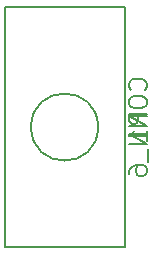
<source format=gbo>
G04 (created by PCBNEW (2013-may-18)-stable) date Mon 07 Apr 2014 05:19:34 PM MDT*
%MOIN*%
G04 Gerber Fmt 3.4, Leading zero omitted, Abs format*
%FSLAX34Y34*%
G01*
G70*
G90*
G04 APERTURE LIST*
%ADD10C,0.00590551*%
G04 APERTURE END LIST*
G54D10*
X16118Y-14500D02*
G75*
G03X16118Y-14500I-1118J0D01*
G74*
G01*
X13000Y-18500D02*
X13000Y-10500D01*
X13000Y-10500D02*
X17000Y-10500D01*
X17000Y-10500D02*
X17000Y-18500D01*
X17000Y-18500D02*
X13000Y-18500D01*
X17739Y-14064D02*
X17148Y-14064D01*
X17148Y-14289D01*
X17176Y-14345D01*
X17204Y-14373D01*
X17260Y-14401D01*
X17345Y-14401D01*
X17401Y-14373D01*
X17429Y-14345D01*
X17457Y-14289D01*
X17457Y-14064D01*
X17739Y-14964D02*
X17739Y-14626D01*
X17739Y-14795D02*
X17148Y-14795D01*
X17232Y-14739D01*
X17289Y-14682D01*
X17317Y-14626D01*
X17682Y-13248D02*
X17710Y-13220D01*
X17739Y-13136D01*
X17739Y-13079D01*
X17710Y-12995D01*
X17654Y-12939D01*
X17598Y-12911D01*
X17485Y-12883D01*
X17401Y-12883D01*
X17289Y-12911D01*
X17232Y-12939D01*
X17176Y-12995D01*
X17148Y-13079D01*
X17148Y-13136D01*
X17176Y-13220D01*
X17204Y-13248D01*
X17148Y-13614D02*
X17148Y-13726D01*
X17176Y-13782D01*
X17232Y-13839D01*
X17345Y-13867D01*
X17542Y-13867D01*
X17654Y-13839D01*
X17710Y-13782D01*
X17739Y-13726D01*
X17739Y-13614D01*
X17710Y-13557D01*
X17654Y-13501D01*
X17542Y-13473D01*
X17345Y-13473D01*
X17232Y-13501D01*
X17176Y-13557D01*
X17148Y-13614D01*
X17739Y-14120D02*
X17148Y-14120D01*
X17739Y-14457D01*
X17148Y-14457D01*
X17739Y-14739D02*
X17148Y-14739D01*
X17739Y-15076D01*
X17148Y-15076D01*
X17795Y-15217D02*
X17795Y-15667D01*
X17148Y-16060D02*
X17148Y-15948D01*
X17176Y-15892D01*
X17204Y-15863D01*
X17289Y-15807D01*
X17401Y-15779D01*
X17626Y-15779D01*
X17682Y-15807D01*
X17710Y-15835D01*
X17739Y-15892D01*
X17739Y-16004D01*
X17710Y-16060D01*
X17682Y-16088D01*
X17626Y-16116D01*
X17485Y-16116D01*
X17429Y-16088D01*
X17401Y-16060D01*
X17373Y-16004D01*
X17373Y-15892D01*
X17401Y-15835D01*
X17429Y-15807D01*
X17485Y-15779D01*
M02*

</source>
